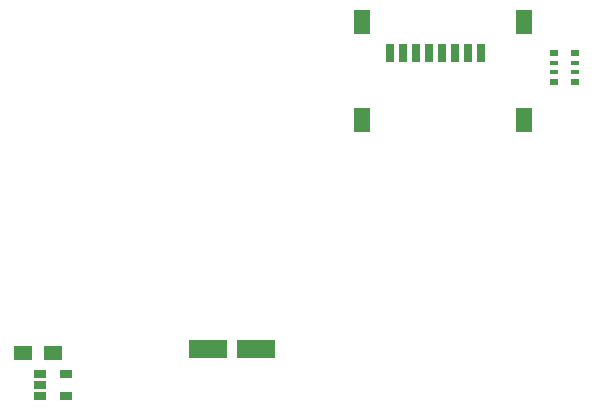
<source format=gbr>
G04 #@! TF.GenerationSoftware,KiCad,Pcbnew,5.0.0-1.fc29*
G04 #@! TF.CreationDate,2018-08-25T23:53:58+05:30*
G04 #@! TF.ProjectId,medlo,6D65646C6F2E6B696361645F70636200,rev?*
G04 #@! TF.SameCoordinates,Original*
G04 #@! TF.FileFunction,Paste,Bot*
G04 #@! TF.FilePolarity,Positive*
%FSLAX46Y46*%
G04 Gerber Fmt 4.6, Leading zero omitted, Abs format (unit mm)*
G04 Created by KiCad (PCBNEW 5.0.0-1.fc29) date Sat Aug 25 23:53:58 2018*
%MOMM*%
%LPD*%
G01*
G04 APERTURE LIST*
%ADD10R,1.450000X2.000000*%
%ADD11R,0.800000X1.500000*%
%ADD12R,0.800000X0.500000*%
%ADD13R,0.800000X0.400000*%
%ADD14R,1.500000X1.250000*%
%ADD15R,1.060000X0.650000*%
%ADD16R,3.200000X1.500000*%
G04 APERTURE END LIST*
D10*
G04 #@! TO.C,J4*
X93582000Y-74202000D03*
X107332000Y-74202000D03*
X107332000Y-82502000D03*
X93582000Y-82502000D03*
D11*
X95957000Y-76802000D03*
X97057000Y-76802000D03*
X98157000Y-76802000D03*
X99257000Y-76802000D03*
X100357000Y-76802000D03*
X101457000Y-76802000D03*
X102557000Y-76802000D03*
X103657000Y-76802000D03*
G04 #@! TD*
D12*
G04 #@! TO.C,RN1*
X111644000Y-76879600D03*
D13*
X111644000Y-78479600D03*
X111644000Y-77679600D03*
D12*
X111644000Y-79279600D03*
D13*
X109844000Y-77679600D03*
D12*
X109844000Y-76879600D03*
D13*
X109844000Y-78479600D03*
D12*
X109844000Y-79279600D03*
G04 #@! TD*
D14*
G04 #@! TO.C,C10*
X64917000Y-102235000D03*
X67417000Y-102235000D03*
G04 #@! TD*
D15*
G04 #@! TO.C,U4*
X66337000Y-105915500D03*
X66337000Y-104965500D03*
X66337000Y-104015500D03*
X68537000Y-104015500D03*
X68537000Y-105915500D03*
G04 #@! TD*
D16*
G04 #@! TO.C,C11*
X84613500Y-101917500D03*
X80613500Y-101917500D03*
G04 #@! TD*
M02*

</source>
